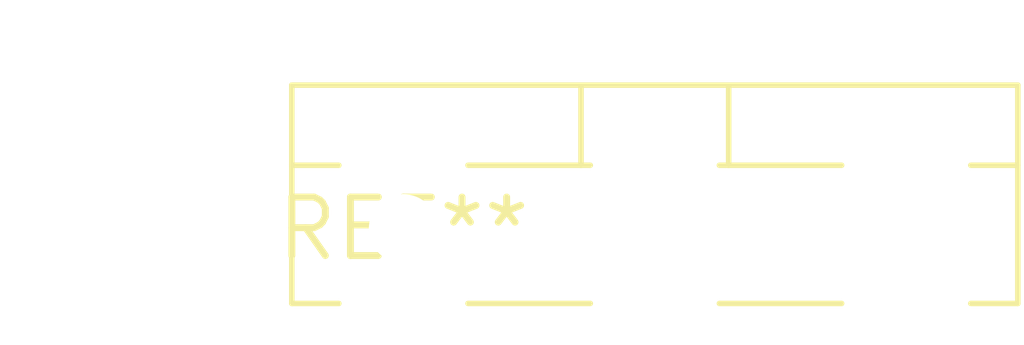
<source format=kicad_pcb>
(kicad_pcb (version 20240108) (generator pcbnew)
  (layers (0 "F.Cu" signal) (31 "B.Cu" signal) (34 "B.Paste" user) (35 "F.Paste" user) (36 "B.SilkS" user "B.Silkscreen") (37 "F.SilkS" user "F.Silkscreen") (38 "B.Mask" user) (39 "F.Mask" user) (44 "Edge.Cuts" user))
  (net 0 "")
  (footprint "TO-3P-3_Vertical" (layer "F.Cu") (at 0 0)
    (property "Reference" "REF**")
    (property "Value" "TO-3P-3_Vertical")
    (fp_line (start -2.42 -3.12) (end -2.42 1.62) (layer "F.SilkS") (stroke (width 0.12)))
    (fp_line (start -2.42 -3.12) (end 13.32 -3.12) (layer "F.SilkS") (stroke (width 0.12)))
    (fp_line (start -2.42 -1.38) (end -1.4 -1.38) (layer "F.SilkS") (stroke (width 0.12)))
    (fp_line (start -2.42 1.62) (end -1.4 1.62) (layer "F.SilkS") (stroke (width 0.12)))
    (fp_line (start 1.4 -1.38) (end 4.051 -1.38) (layer "F.SilkS") (stroke (width 0.12)))
    (fp_line (start 1.4 1.62) (end 4.051 1.62) (layer "F.SilkS") (stroke (width 0.12)))
    (fp_line (start 3.85 -3.12) (end 3.85 -1.38) (layer "F.SilkS") (stroke (width 0.12)))
    (fp_line (start 6.85 -1.38) (end 9.5 -1.38) (layer "F.SilkS") (stroke (width 0.12)))
    (fp_line (start 6.85 1.62) (end 9.5 1.62) (layer "F.SilkS") (stroke (width 0.12)))
    (fp_line (start 7.051 -3.12) (end 7.051 -1.38) (layer "F.SilkS") (stroke (width 0.12)))
    (fp_line (start 12.3 -1.38) (end 13.32 -1.38) (layer "F.SilkS") (stroke (width 0.12)))
    (fp_line (start 12.3 1.62) (end 13.32 1.62) (layer "F.SilkS") (stroke (width 0.12)))
    (fp_line (start 13.32 -3.12) (end 13.32 1.62) (layer "F.SilkS") (stroke (width 0.12)))
    (pad "1" thru_hole rect (at 0 0) (size 2.5 4.5) (drill 1.5) (layers *.Cu *.Mask) (remove_unused_layers))
    (pad "2" thru_hole oval (at 5.45 0) (size 2.5 4.5) (drill 1.5) (layers *.Cu *.Mask) (remove_unused_layers))
    (pad "3" thru_hole oval (at 10.9 0) (size 2.5 4.5) (drill 1.5) (layers *.Cu *.Mask) (remove_unused_layers))
  )
)
</source>
